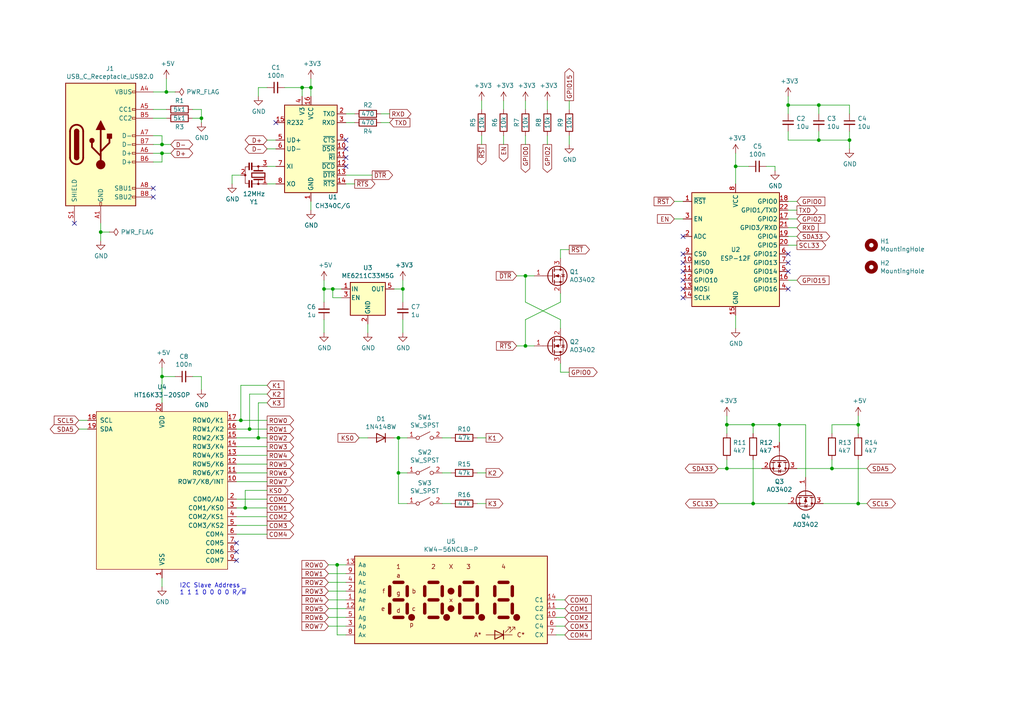
<source format=kicad_sch>
(kicad_sch (version 20211123) (generator eeschema)
  (paper "A4")
  (lib_symbols
    (symbol "Connector:USB_C_Receptacle_USB2.0" (pin_names (offset 1.016))
      (property "Reference" "J" (at -10.16 19.05 0))
      (property "Value" "USB_C_Receptacle_USB2.0" (at 19.05 19.05 0))
      (symbol "USB_C_Receptacle_USB2.0_1_1"
        (pin passive line (at 0 -22.86 90) (length 5.08) (name "GND") (number "A1"))
        (pin passive line (at 0 -22.86 90) (length 5.08) hide (name "GND") (number "A12"))
        (pin passive line (at 15.24 15.24 180) (length 5.08) (name "VBUS") (number "A4"))
        (pin bidirectional line (at 15.24 10.16 180) (length 5.08) (name "CC1") (number "A5"))
        (pin bidirectional line (at 15.24 -2.54 180) (length 5.08) (name "D+") (number "A6"))
        (pin bidirectional line (at 15.24 2.54 180) (length 5.08) (name "D-") (number "A7"))
        (pin bidirectional line (at 15.24 -12.7 180) (length 5.08) (name "SBU1") (number "A8"))
        (pin passive line (at 15.24 15.24 180) (length 5.08) hide (name "VBUS") (number "A9"))
        (pin passive line (at 0 -22.86 90) (length 5.08) hide (name "GND") (number "B1"))
        (pin passive line (at 0 -22.86 90) (length 5.08) hide (name "GND") (number "B12"))
        (pin passive line (at 15.24 15.24 180) (length 5.08) hide (name "VBUS") (number "B4"))
        (pin bidirectional line (at 15.24 7.62 180) (length 5.08) (name "CC2") (number "B5"))
        (pin bidirectional line (at 15.24 -5.08 180) (length 5.08) (name "D+") (number "B6"))
        (pin bidirectional line (at 15.24 0 180) (length 5.08) (name "D-") (number "B7"))
        (pin bidirectional line (at 15.24 -15.24 180) (length 5.08) (name "SBU2") (number "B8"))
        (pin passive line (at 15.24 15.24 180) (length 5.08) hide (name "VBUS") (number "B9"))
        (pin passive line (at -7.62 -22.86 90) (length 5.08) (name "SHIELD") (number "S1"))
      )
    )
    (symbol "Device:C_Small" (pin_numbers hide) (pin_names (offset 0.254) hide)
      (property "Reference" "C" (at 0.254 1.778 0))
      (property "Value" "C_Small" (at 0.254 -2.032 0))
      (symbol "C_Small_1_1"
        (pin passive line (at 0 2.54 270) (length 2.032) (name "~") (number "1"))
        (pin passive line (at 0 -2.54 90) (length 2.032) (name "~") (number "2"))
      )
    )
    (symbol "Device:Q_NMOS_GSD" (pin_names (offset 0) hide)
      (property "Reference" "Q" (at 5.08 1.27 0))
      (property "Value" "Q_NMOS_GSD" (at 5.08 -1.27 0))
      (symbol "Q_NMOS_GSD_1_1"
        (pin input line (at -5.08 0 0) (length 2.54) (name "G") (number "1"))
        (pin passive line (at 2.54 -5.08 90) (length 2.54) (name "S") (number "2"))
        (pin passive line (at 2.54 5.08 270) (length 2.54) (name "D") (number "3"))
      )
    )
    (symbol "Device:R" (pin_numbers hide) (pin_names (offset 0))
      (property "Reference" "R" (at 2.032 0 90))
      (property "Value" "R" (at 0 0 90))
      (symbol "R_1_1"
        (pin passive line (at 0 3.81 270) (length 1.27) (name "~") (number "1"))
        (pin passive line (at 0 -3.81 90) (length 1.27) (name "~") (number "2"))
      )
    )
    (symbol "Device:Resonator_Small" (pin_names (offset 1.016) hide)
      (property "Reference" "Y" (at 3.175 1.905 0))
      (property "Value" "Resonator_Small" (at 3.175 0 0))
      (symbol "Resonator_Small_1_1"
        (pin passive line (at -2.54 2.54 270) (length 1.27) (name "1") (number "1"))
        (pin passive line (at 0 -5.08 90) (length 1.27) (name "2") (number "2"))
        (pin passive line (at 2.54 2.54 270) (length 1.27) (name "3") (number "3"))
      )
    )
    (symbol "Diode:1N4148W" (pin_numbers hide) (pin_names (offset 1.016) hide)
      (property "Reference" "D" (at 0 2.54 0))
      (property "Value" "1N4148W" (at 0 -2.54 0))
      (symbol "1N4148W_1_1"
        (pin passive line (at -3.81 0 0) (length 2.54) (name "K") (number "1"))
        (pin passive line (at 3.81 0 180) (length 2.54) (name "A") (number "2"))
      )
    )
    (symbol "Interface_USB:CH340G"
      (property "Reference" "U" (at -5.08 13.97 0))
      (property "Value" "CH340G" (at 1.27 13.97 0))
      (symbol "CH340G_1_1"
        (pin power_in line (at 0 -15.24 90) (length 2.54) (name "GND") (number "1"))
        (pin input line (at 10.16 0 180) (length 2.54) (name "~{DSR}") (number "10"))
        (pin input line (at 10.16 -2.54 180) (length 2.54) (name "~{RI}") (number "11"))
        (pin input line (at 10.16 -5.08 180) (length 2.54) (name "~{DCD}") (number "12"))
        (pin output line (at 10.16 -7.62 180) (length 2.54) (name "~{DTR}") (number "13"))
        (pin output line (at 10.16 -10.16 180) (length 2.54) (name "~{RTS}") (number "14"))
        (pin input line (at -10.16 7.62 0) (length 2.54) (name "R232") (number "15"))
        (pin power_in line (at 0 15.24 270) (length 2.54) (name "VCC") (number "16"))
        (pin output line (at 10.16 10.16 180) (length 2.54) (name "TXD") (number "2"))
        (pin input line (at 10.16 7.62 180) (length 2.54) (name "RXD") (number "3"))
        (pin passive line (at -2.54 15.24 270) (length 2.54) (name "V3") (number "4"))
        (pin bidirectional line (at -10.16 2.54 0) (length 2.54) (name "UD+") (number "5"))
        (pin bidirectional line (at -10.16 0 0) (length 2.54) (name "UD-") (number "6"))
        (pin input line (at -10.16 -5.08 0) (length 2.54) (name "XI") (number "7"))
        (pin output line (at -10.16 -10.16 0) (length 2.54) (name "XO") (number "8"))
        (pin input line (at 10.16 2.54 180) (length 2.54) (name "~{CTS}") (number "9"))
      )
    )
    (symbol "Mechanical:MountingHole" (pin_names (offset 1.016))
      (property "Reference" "H" (at 0 5.08 0))
      (property "Value" "MountingHole" (at 0 3.175 0))
    )
    (symbol "RF_Module:ESP-12F"
      (property "Reference" "U" (at -12.7 19.05 0))
      (property "Value" "ESP-12F" (at 12.7 19.05 0))
      (symbol "ESP-12F_1_1"
        (pin input line (at -15.24 15.24 0) (length 2.54) (name "~{RST}") (number "1"))
        (pin bidirectional line (at -15.24 -2.54 0) (length 2.54) (name "MISO") (number "10"))
        (pin bidirectional line (at -15.24 -5.08 0) (length 2.54) (name "GPIO9") (number "11"))
        (pin bidirectional line (at -15.24 -7.62 0) (length 2.54) (name "GPIO10") (number "12"))
        (pin bidirectional line (at -15.24 -10.16 0) (length 2.54) (name "MOSI") (number "13"))
        (pin bidirectional line (at -15.24 -12.7 0) (length 2.54) (name "SCLK") (number "14"))
        (pin power_in line (at 0 -17.78 90) (length 2.54) (name "GND") (number "15"))
        (pin bidirectional line (at 15.24 -7.62 180) (length 2.54) (name "GPIO15") (number "16"))
        (pin bidirectional line (at 15.24 10.16 180) (length 2.54) (name "GPIO2") (number "17"))
        (pin bidirectional line (at 15.24 15.24 180) (length 2.54) (name "GPIO0") (number "18"))
        (pin bidirectional line (at 15.24 5.08 180) (length 2.54) (name "GPIO4") (number "19"))
        (pin input line (at -15.24 5.08 0) (length 2.54) (name "ADC") (number "2"))
        (pin bidirectional line (at 15.24 2.54 180) (length 2.54) (name "GPIO5") (number "20"))
        (pin bidirectional line (at 15.24 7.62 180) (length 2.54) (name "GPIO3/RXD") (number "21"))
        (pin bidirectional line (at 15.24 12.7 180) (length 2.54) (name "GPIO1/TXD") (number "22"))
        (pin input line (at -15.24 10.16 0) (length 2.54) (name "EN") (number "3"))
        (pin bidirectional line (at 15.24 -10.16 180) (length 2.54) (name "GPIO16") (number "4"))
        (pin bidirectional line (at 15.24 -5.08 180) (length 2.54) (name "GPIO14") (number "5"))
        (pin bidirectional line (at 15.24 0 180) (length 2.54) (name "GPIO12") (number "6"))
        (pin bidirectional line (at 15.24 -2.54 180) (length 2.54) (name "GPIO13") (number "7"))
        (pin power_in line (at 0 20.32 270) (length 2.54) (name "VCC") (number "8"))
        (pin input line (at -15.24 0 0) (length 2.54) (name "CS0") (number "9"))
      )
    )
    (symbol "Regulator_Linear:TLV75533PDBV" (pin_names (offset 0.254))
      (property "Reference" "U" (at -3.81 5.715 0))
      (property "Value" "TLV75533PDBV" (at 0 5.715 0))
      (symbol "TLV75533PDBV_1_1"
        (pin power_in line (at -7.62 2.54 0) (length 2.54) (name "IN") (number "1"))
        (pin power_in line (at 0 -7.62 90) (length 2.54) (name "GND") (number "2"))
        (pin input line (at -7.62 0 0) (length 2.54) (name "EN") (number "3"))
        (pin no_connect line (at 5.08 0 180) (length 2.54) hide (name "NC") (number "4"))
        (pin power_out line (at 7.62 2.54 180) (length 2.54) (name "OUT") (number "5"))
      )
    )
    (symbol "Switch:SW_SPST" (pin_names (offset 0) hide)
      (property "Reference" "SW" (at 0 3.175 0))
      (property "Value" "SW_SPST" (at 0 -2.54 0))
      (symbol "SW_SPST_1_1"
        (pin passive line (at -5.08 0 0) (length 2.54) (name "A") (number "1"))
        (pin passive line (at 5.08 0 180) (length 2.54) (name "B") (number "2"))
      )
    )
    (symbol "power:+3V3" (power) (pin_names (offset 0))
      (property "Value" "+3V3" (at 0 3.556 0))
      (symbol "+3V3_1_1"
        (pin power_in line (at 0 0 90) (length 0) hide (name "+3V3") (number "1"))
      )
    )
    (symbol "power:+5V" (power) (pin_names (offset 0))
      (property "Value" "+5V" (at 0 3.556 0))
      (symbol "+5V_1_1"
        (pin power_in line (at 0 0 90) (length 0) hide (name "+5V") (number "1"))
      )
    )
    (symbol "power:GND" (power) (pin_names (offset 0))
      (property "Value" "GND" (at 0 -3.81 0))
      (symbol "GND_1_1"
        (pin power_in line (at 0 0 270) (length 0) hide (name "GND") (number "1"))
      )
    )
    (symbol "power:PWR_FLAG" (power) (pin_numbers hide) (pin_names (offset 0) hide)
      (property "Value" "PWR_FLAG" (at 0 3.81 0))
      (symbol "PWR_FLAG_0_0"
        (pin power_out line (at 0 0 90) (length 0) (name "pwr") (number "1"))
      )
    )
    (symbol "wificlock:HT16K33-20SOP" (pin_names (offset 1.016))
      (property "Reference" "U" (at 3.81 -38.1 0))
      (property "Value" "HT16K33-20SOP" (at 3.81 -35.56 0))
      (symbol "HT16K33-20SOP_1_1"
        (pin power_in line (at 0 -25.4 90) (length 2.54) (name "VSS") (number "1"))
        (pin bidirectional line (at 21.59 2.54 180) (length 2.54) (name "ROW7/K8/INT") (number "10"))
        (pin bidirectional line (at 21.59 5.08 180) (length 2.54) (name "ROW6/K7") (number "11"))
        (pin bidirectional line (at 21.59 7.62 180) (length 2.54) (name "ROW5/K6") (number "12"))
        (pin bidirectional line (at 21.59 10.16 180) (length 2.54) (name "ROW4/K5") (number "13"))
        (pin bidirectional line (at 21.59 12.7 180) (length 2.54) (name "ROW3/K4") (number "14"))
        (pin bidirectional line (at 21.59 15.24 180) (length 2.54) (name "ROW2/K3") (number "15"))
        (pin bidirectional line (at 21.59 17.78 180) (length 2.54) (name "ROW1/K2") (number "16"))
        (pin bidirectional line (at 21.59 20.32 180) (length 2.54) (name "ROW0/K1") (number "17"))
        (pin input line (at -21.59 20.32 0) (length 2.54) (name "SCL") (number "18"))
        (pin bidirectional line (at -21.59 17.78 0) (length 2.54) (name "SDA") (number "19"))
        (pin output line (at 21.59 -2.54 180) (length 2.54) (name "COM0/AD") (number "2"))
        (pin power_in line (at 0 25.4 270) (length 2.54) (name "VDD") (number "20"))
        (pin output line (at 21.59 -5.08 180) (length 2.54) (name "COM1/KS0") (number "3"))
        (pin output line (at 21.59 -7.62 180) (length 2.54) (name "COM2/KS1") (number "4"))
        (pin output line (at 21.59 -10.16 180) (length 2.54) (name "COM3/KS2") (number "5"))
        (pin output line (at 21.59 -12.7 180) (length 2.54) (name "COM4") (number "6"))
        (pin output line (at 21.59 -15.24 180) (length 2.54) (name "COM5") (number "7"))
        (pin output line (at 21.59 -17.78 180) (length 2.54) (name "COM6") (number "8"))
        (pin output line (at 21.59 -20.32 180) (length 2.54) (name "COM7") (number "9"))
      )
    )
    (symbol "wificlock:KW4-56NCLB-P" (pin_names (offset 1.016))
      (property "Reference" "U" (at -1.27 -11.43 0))
      (property "Value" "KW4-56NCLB-P" (at -1.27 -7.62 0))
      (symbol "KW4-56NCLB-P_0_0"
        (text "1" (at -15.24 8.89 0) (effects (font (size 1.27 1.27)) (justify bottom)))
        (text "a" (at -15.24 6.35 0) (effects (font (size 1.27 1.27)) (justify bottom)))
        (text "A*" (at 8.89 -10.16 0) (effects (font (size 1.27 1.27)) (justify right)))
        (text "b" (at -11.43 2.54 0) (effects (font (size 1.27 1.27)) (justify left)))
        (text "C*" (at 19.05 -10.16 0) (effects (font (size 1.27 1.27)) (justify left)))
        (text "p" (at -11.43 -6.35 0) (effects (font (size 1.27 1.27)) (justify top)))
      )
      (symbol "KW4-56NCLB-P_1_1"
        (text "2" (at -5.08 8.89 0) (effects (font (size 1.27 1.27)) (justify bottom)))
        (text "3" (at 5.08 8.89 0) (effects (font (size 1.27 1.27)) (justify bottom)))
        (text "4" (at 15.24 8.89 0) (effects (font (size 1.27 1.27)) (justify bottom)))
        (text "c" (at -11.43 -2.54 0) (effects (font (size 1.27 1.27)) (justify left)))
        (text "d" (at -15.24 -3.81 0) (effects (font (size 1.27 1.27)) (justify bottom)))
        (text "e" (at -19.05 -2.54 0) (effects (font (size 1.27 1.27)) (justify right)))
        (text "f" (at -19.05 2.54 0) (effects (font (size 1.27 1.27)) (justify right)))
        (text "g" (at -15.24 1.27 0) (effects (font (size 1.27 1.27)) (justify bottom)))
        (text "x" (at 0 0 0) (effects (font (size 1.27 1.27))))
        (text "X" (at 0 8.89 0) (effects (font (size 1.27 1.27)) (justify bottom)))
        (pin input line (at -30.48 0 0) (length 2.54) (name "Ae") (number "1"))
        (pin input line (at 30.48 -5.08 180) (length 2.54) (name "C3") (number "10"))
        (pin input line (at 30.48 -2.54 180) (length 2.54) (name "C2") (number "11"))
        (pin input line (at -30.48 -2.54 0) (length 2.54) (name "Af") (number "12"))
        (pin input line (at -30.48 10.16 0) (length 2.54) (name "Aa") (number "13"))
        (pin input line (at 30.48 0 180) (length 2.54) (name "C1") (number "14"))
        (pin input line (at -30.48 2.54 0) (length 2.54) (name "Ad") (number "2"))
        (pin input line (at -30.48 -7.62 0) (length 2.54) (name "Ap") (number "3"))
        (pin input line (at -30.48 5.08 0) (length 2.54) (name "Ac") (number "4"))
        (pin input line (at -30.48 -5.08 0) (length 2.54) (name "Ag") (number "5"))
        (pin input line (at 30.48 -7.62 180) (length 2.54) (name "C4") (number "6"))
        (pin input line (at 30.48 -10.16 180) (length 2.54) (name "CX") (number "7"))
        (pin input line (at -30.48 -10.16 0) (length 2.54) (name "Ax") (number "8"))
        (pin input line (at -30.48 7.62 0) (length 2.54) (name "Ab") (number "9"))
      )
    )
  )
  (junction (at 72.39 124.46))
  (junction (at 152.4 100.33))
  (junction (at 248.92 146.05))
  (junction (at 69.85 121.92))
  (junction (at 71.12 147.32))
  (junction (at 226.06 123.19))
  (junction (at 115.57 137.16))
  (junction (at 213.36 48.26))
  (junction (at 29.21 67.31))
  (junction (at 237.49 30.48))
  (junction (at 97.79 163.83))
  (junction (at 74.93 127))
  (junction (at 46.99 44.45))
  (junction (at 228.6 30.48))
  (junction (at 152.4 80.01))
  (junction (at 96.52 83.82))
  (junction (at 46.99 109.22))
  (junction (at 46.99 41.91))
  (junction (at 116.84 83.82))
  (junction (at 87.63 25.4))
  (junction (at 90.17 25.4))
  (junction (at 58.42 34.29))
  (junction (at 241.3 135.89))
  (junction (at 210.82 135.89))
  (junction (at 246.38 40.64))
  (junction (at 210.82 123.19))
  (junction (at 218.44 146.05))
  (junction (at 48.26 26.67))
  (junction (at 115.57 127))
  (junction (at 237.49 40.64))
  (junction (at 248.92 123.19))
  (junction (at 93.98 83.82))
  (junction (at 218.44 123.19))
  (no_connect (at 100.33 45.72))
  (no_connect (at 198.12 73.66))
  (no_connect (at 68.58 160.02))
  (no_connect (at 228.6 78.74))
  (no_connect (at 44.45 54.61))
  (no_connect (at 198.12 76.2))
  (no_connect (at 100.33 40.64))
  (no_connect (at 198.12 81.28))
  (no_connect (at 80.01 35.56))
  (no_connect (at 44.45 57.15))
  (no_connect (at 198.12 68.58))
  (no_connect (at 21.59 64.77))
  (no_connect (at 198.12 86.36))
  (no_connect (at 68.58 157.48))
  (no_connect (at 100.33 48.26))
  (no_connect (at 68.58 162.56))
  (no_connect (at 228.6 76.2))
  (no_connect (at 228.6 83.82))
  (no_connect (at 100.33 43.18))
  (no_connect (at 198.12 83.82))
  (no_connect (at 228.6 73.66))
  (no_connect (at 198.12 78.74))
  (wire (pts (xy 100.33 53.34) (xy 102.87 53.34)))
  (wire (pts (xy 231.14 66.04) (xy 228.6 66.04)))
  (wire (pts (xy 139.7 39.37) (xy 139.7 41.91)))
  (wire (pts (xy 248.92 123.19) (xy 248.92 125.73)))
  (wire (pts (xy 162.56 72.39) (xy 162.56 74.93)))
  (wire (pts (xy 55.88 31.75) (xy 58.42 31.75)))
  (wire (pts (xy 99.06 86.36) (xy 96.52 86.36)))
  (wire (pts (xy 237.49 33.02) (xy 237.49 30.48)))
  (wire (pts (xy 228.6 33.02) (xy 228.6 30.48)))
  (wire (pts (xy 162.56 87.63) (xy 152.4 92.71)))
  (wire (pts (xy 224.79 48.26) (xy 224.79 49.53)))
  (wire (pts (xy 97.79 163.83) (xy 100.33 163.83)))
  (wire (pts (xy 106.68 93.98) (xy 106.68 96.52)))
  (wire (pts (xy 31.75 67.31) (xy 29.21 67.31)))
  (wire (pts (xy 87.63 25.4) (xy 90.17 25.4)))
  (wire (pts (xy 246.38 43.18) (xy 246.38 40.64)))
  (wire (pts (xy 154.94 80.01) (xy 152.4 80.01)))
  (wire (pts (xy 68.58 124.46) (xy 72.39 124.46)))
  (wire (pts (xy 68.58 132.08) (xy 77.47 132.08)))
  (wire (pts (xy 74.93 127) (xy 77.47 127)))
  (wire (pts (xy 241.3 123.19) (xy 248.92 123.19)))
  (wire (pts (xy 161.29 173.99) (xy 163.83 173.99)))
  (wire (pts (xy 226.06 123.19) (xy 233.68 123.19)))
  (wire (pts (xy 77.47 114.3) (xy 72.39 114.3)))
  (wire (pts (xy 165.1 72.39) (xy 162.56 72.39)))
  (wire (pts (xy 93.98 96.52) (xy 93.98 92.71)))
  (wire (pts (xy 140.97 137.16) (xy 138.43 137.16)))
  (wire (pts (xy 58.42 34.29) (xy 58.42 35.56)))
  (wire (pts (xy 95.25 173.99) (xy 100.33 173.99)))
  (wire (pts (xy 237.49 38.1) (xy 237.49 40.64)))
  (wire (pts (xy 115.57 137.16) (xy 118.11 137.16)))
  (wire (pts (xy 241.3 125.73) (xy 241.3 123.19)))
  (wire (pts (xy 72.39 114.3) (xy 72.39 124.46)))
  (wire (pts (xy 22.86 121.92) (xy 25.4 121.92)))
  (wire (pts (xy 248.92 120.65) (xy 248.92 123.19)))
  (wire (pts (xy 90.17 25.4) (xy 90.17 27.94)))
  (wire (pts (xy 152.4 41.91) (xy 152.4 39.37)))
  (wire (pts (xy 152.4 92.71) (xy 152.4 100.33)))
  (wire (pts (xy 90.17 60.96) (xy 90.17 58.42)))
  (wire (pts (xy 72.39 124.46) (xy 77.47 124.46)))
  (wire (pts (xy 140.97 127) (xy 138.43 127)))
  (wire (pts (xy 68.58 129.54) (xy 77.47 129.54)))
  (wire (pts (xy 139.7 29.21) (xy 139.7 31.75)))
  (wire (pts (xy 146.05 29.21) (xy 146.05 31.75)))
  (wire (pts (xy 68.58 147.32) (xy 71.12 147.32)))
  (wire (pts (xy 44.45 26.67) (xy 48.26 26.67)))
  (wire (pts (xy 210.82 125.73) (xy 210.82 123.19)))
  (wire (pts (xy 46.99 46.99) (xy 46.99 44.45)))
  (wire (pts (xy 162.56 92.71) (xy 162.56 95.25)))
  (wire (pts (xy 228.6 30.48) (xy 237.49 30.48)))
  (wire (pts (xy 163.83 179.07) (xy 161.29 179.07)))
  (wire (pts (xy 48.26 26.67) (xy 48.26 22.86)))
  (wire (pts (xy 130.81 127) (xy 128.27 127)))
  (wire (pts (xy 152.4 29.21) (xy 152.4 31.75)))
  (wire (pts (xy 100.33 33.02) (xy 102.87 33.02)))
  (wire (pts (xy 46.99 41.91) (xy 46.99 39.37)))
  (wire (pts (xy 226.06 123.19) (xy 226.06 128.27)))
  (wire (pts (xy 110.49 33.02) (xy 113.03 33.02)))
  (wire (pts (xy 68.58 152.4) (xy 77.47 152.4)))
  (wire (pts (xy 241.3 135.89) (xy 251.46 135.89)))
  (wire (pts (xy 44.45 46.99) (xy 46.99 46.99)))
  (wire (pts (xy 208.28 135.89) (xy 210.82 135.89)))
  (wire (pts (xy 248.92 146.05) (xy 251.46 146.05)))
  (wire (pts (xy 48.26 26.67) (xy 50.8 26.67)))
  (wire (pts (xy 115.57 146.05) (xy 118.11 146.05)))
  (wire (pts (xy 110.49 35.56) (xy 113.03 35.56)))
  (wire (pts (xy 77.47 53.34) (xy 80.01 53.34)))
  (wire (pts (xy 82.55 25.4) (xy 87.63 25.4)))
  (wire (pts (xy 71.12 142.24) (xy 71.12 147.32)))
  (wire (pts (xy 152.4 87.63) (xy 162.56 92.71)))
  (wire (pts (xy 44.45 31.75) (xy 48.26 31.75)))
  (wire (pts (xy 115.57 137.16) (xy 115.57 146.05)))
  (wire (pts (xy 77.47 116.84) (xy 74.93 116.84)))
  (wire (pts (xy 158.75 41.91) (xy 158.75 39.37)))
  (wire (pts (xy 195.58 58.42) (xy 198.12 58.42)))
  (wire (pts (xy 213.36 95.25) (xy 213.36 91.44)))
  (wire (pts (xy 228.6 146.05) (xy 218.44 146.05)))
  (wire (pts (xy 55.88 109.22) (xy 58.42 109.22)))
  (wire (pts (xy 102.87 35.56) (xy 100.33 35.56)))
  (wire (pts (xy 97.79 184.15) (xy 100.33 184.15)))
  (wire (pts (xy 68.58 154.94) (xy 77.47 154.94)))
  (wire (pts (xy 140.97 146.05) (xy 138.43 146.05)))
  (wire (pts (xy 233.68 123.19) (xy 233.68 138.43)))
  (wire (pts (xy 222.25 48.26) (xy 224.79 48.26)))
  (wire (pts (xy 100.33 50.8) (xy 107.95 50.8)))
  (wire (pts (xy 246.38 30.48) (xy 246.38 33.02)))
  (wire (pts (xy 237.49 30.48) (xy 246.38 30.48)))
  (wire (pts (xy 44.45 41.91) (xy 46.99 41.91)))
  (wire (pts (xy 228.6 27.94) (xy 228.6 30.48)))
  (wire (pts (xy 93.98 81.28) (xy 93.98 83.82)))
  (wire (pts (xy 46.99 106.68) (xy 46.99 109.22)))
  (wire (pts (xy 213.36 48.26) (xy 217.17 48.26)))
  (wire (pts (xy 162.56 85.09) (xy 162.56 87.63)))
  (wire (pts (xy 213.36 44.45) (xy 213.36 48.26)))
  (wire (pts (xy 77.47 48.26) (xy 80.01 48.26)))
  (wire (pts (xy 162.56 105.41) (xy 162.56 107.95)))
  (wire (pts (xy 46.99 109.22) (xy 46.99 116.84)))
  (wire (pts (xy 77.47 111.76) (xy 69.85 111.76)))
  (wire (pts (xy 241.3 133.35) (xy 241.3 135.89)))
  (wire (pts (xy 96.52 83.82) (xy 93.98 83.82)))
  (wire (pts (xy 162.56 107.95) (xy 165.1 107.95)))
  (wire (pts (xy 228.6 60.96) (xy 231.14 60.96)))
  (wire (pts (xy 44.45 44.45) (xy 46.99 44.45)))
  (wire (pts (xy 195.58 63.5) (xy 198.12 63.5)))
  (wire (pts (xy 44.45 39.37) (xy 46.99 39.37)))
  (wire (pts (xy 97.79 163.83) (xy 97.79 184.15)))
  (wire (pts (xy 158.75 29.21) (xy 158.75 31.75)))
  (wire (pts (xy 77.47 40.64) (xy 80.01 40.64)))
  (wire (pts (xy 237.49 40.64) (xy 228.6 40.64)))
  (wire (pts (xy 228.6 38.1) (xy 228.6 40.64)))
  (wire (pts (xy 95.25 163.83) (xy 97.79 163.83)))
  (wire (pts (xy 218.44 123.19) (xy 226.06 123.19)))
  (wire (pts (xy 149.86 80.01) (xy 152.4 80.01)))
  (wire (pts (xy 29.21 67.31) (xy 29.21 69.85)))
  (wire (pts (xy 68.58 144.78) (xy 77.47 144.78)))
  (wire (pts (xy 95.25 166.37) (xy 100.33 166.37)))
  (wire (pts (xy 55.88 34.29) (xy 58.42 34.29)))
  (wire (pts (xy 213.36 48.26) (xy 213.36 53.34)))
  (wire (pts (xy 246.38 40.64) (xy 246.38 38.1)))
  (wire (pts (xy 165.1 39.37) (xy 165.1 41.91)))
  (wire (pts (xy 68.58 139.7) (xy 77.47 139.7)))
  (wire (pts (xy 58.42 31.75) (xy 58.42 34.29)))
  (wire (pts (xy 161.29 184.15) (xy 163.83 184.15)))
  (wire (pts (xy 116.84 81.28) (xy 116.84 83.82)))
  (wire (pts (xy 95.25 176.53) (xy 100.33 176.53)))
  (wire (pts (xy 165.1 31.75) (xy 165.1 29.21)))
  (wire (pts (xy 210.82 133.35) (xy 210.82 135.89)))
  (wire (pts (xy 71.12 147.32) (xy 77.47 147.32)))
  (wire (pts (xy 74.93 116.84) (xy 74.93 127)))
  (wire (pts (xy 149.86 100.33) (xy 152.4 100.33)))
  (wire (pts (xy 68.58 137.16) (xy 77.47 137.16)))
  (wire (pts (xy 87.63 27.94) (xy 87.63 25.4)))
  (wire (pts (xy 69.85 111.76) (xy 69.85 121.92)))
  (wire (pts (xy 69.85 50.8) (xy 67.31 50.8)))
  (wire (pts (xy 104.14 127) (xy 106.68 127)))
  (wire (pts (xy 46.99 44.45) (xy 49.53 44.45)))
  (wire (pts (xy 152.4 80.01) (xy 152.4 87.63)))
  (wire (pts (xy 115.57 127) (xy 114.3 127)))
  (wire (pts (xy 210.82 135.89) (xy 220.98 135.89)))
  (wire (pts (xy 218.44 146.05) (xy 218.44 133.35)))
  (wire (pts (xy 29.21 64.77) (xy 29.21 67.31)))
  (wire (pts (xy 77.47 43.18) (xy 80.01 43.18)))
  (wire (pts (xy 228.6 81.28) (xy 231.14 81.28)))
  (wire (pts (xy 208.28 146.05) (xy 218.44 146.05)))
  (wire (pts (xy 95.25 168.91) (xy 100.33 168.91)))
  (wire (pts (xy 146.05 39.37) (xy 146.05 41.91)))
  (wire (pts (xy 90.17 22.86) (xy 90.17 25.4)))
  (wire (pts (xy 99.06 83.82) (xy 96.52 83.82)))
  (wire (pts (xy 163.83 181.61) (xy 161.29 181.61)))
  (wire (pts (xy 231.14 63.5) (xy 228.6 63.5)))
  (wire (pts (xy 69.85 121.92) (xy 77.47 121.92)))
  (wire (pts (xy 93.98 83.82) (xy 93.98 87.63)))
  (wire (pts (xy 130.81 137.16) (xy 128.27 137.16)))
  (wire (pts (xy 231.14 135.89) (xy 241.3 135.89)))
  (wire (pts (xy 218.44 123.19) (xy 218.44 125.73)))
  (wire (pts (xy 210.82 123.19) (xy 210.82 120.65)))
  (wire (pts (xy 68.58 121.92) (xy 69.85 121.92)))
  (wire (pts (xy 68.58 134.62) (xy 77.47 134.62)))
  (wire (pts (xy 95.25 179.07) (xy 100.33 179.07)))
  (wire (pts (xy 77.47 142.24) (xy 71.12 142.24)))
  (wire (pts (xy 130.81 146.05) (xy 128.27 146.05)))
  (wire (pts (xy 163.83 176.53) (xy 161.29 176.53)))
  (wire (pts (xy 116.84 96.52) (xy 116.84 92.71)))
  (wire (pts (xy 231.14 58.42) (xy 228.6 58.42)))
  (wire (pts (xy 228.6 71.12) (xy 231.14 71.12)))
  (wire (pts (xy 96.52 86.36) (xy 96.52 83.82)))
  (wire (pts (xy 46.99 109.22) (xy 50.8 109.22)))
  (wire (pts (xy 115.57 127) (xy 115.57 137.16)))
  (wire (pts (xy 228.6 68.58) (xy 231.14 68.58)))
  (wire (pts (xy 116.84 83.82) (xy 116.84 87.63)))
  (wire (pts (xy 95.25 181.61) (xy 100.33 181.61)))
  (wire (pts (xy 95.25 171.45) (xy 100.33 171.45)))
  (wire (pts (xy 152.4 100.33) (xy 154.94 100.33)))
  (wire (pts (xy 58.42 109.22) (xy 58.42 113.03)))
  (wire (pts (xy 114.3 83.82) (xy 116.84 83.82)))
  (wire (pts (xy 74.93 25.4) (xy 77.47 25.4)))
  (wire (pts (xy 22.86 124.46) (xy 25.4 124.46)))
  (wire (pts (xy 238.76 146.05) (xy 248.92 146.05)))
  (wire (pts (xy 46.99 170.18) (xy 46.99 167.64)))
  (wire (pts (xy 44.45 34.29) (xy 48.26 34.29)))
  (wire (pts (xy 46.99 41.91) (xy 49.53 41.91)))
  (wire (pts (xy 246.38 40.64) (xy 237.49 40.64)))
  (wire (pts (xy 68.58 149.86) (xy 77.47 149.86)))
  (wire (pts (xy 68.58 127) (xy 74.93 127)))
  (wire (pts (xy 248.92 133.35) (xy 248.92 146.05)))
  (wire (pts (xy 67.31 50.8) (xy 67.31 53.34)))
  (wire (pts (xy 210.82 123.19) (xy 218.44 123.19)))
  (wire (pts (xy 115.57 127) (xy 118.11 127)))
  (wire (pts (xy 74.93 27.94) (xy 74.93 25.4)))
  (text "I2C Slave Address\n1 1 1 0 0 0 0 R/~{W}" (at 52.07 172.72 0) (effects (font (size 1.27 1.27)) (justify left bottom)))
  (global_label "COM2" (shape input) (at 163.83 179.07 0) (property "Intersheet References" "${INTERSHEET_REFS}" (effects hide)))
  (global_label "ROW7" (shape output) (at 77.47 139.7 0) (property "Intersheet References" "${INTERSHEET_REFS}" (effects hide)))
  (global_label "~{RST}" (shape output) (at 165.1 72.39 0) (property "Intersheet References" "${INTERSHEET_REFS}" (effects hide)))
  (global_label "K2" (shape input) (at 77.47 114.3 0) (property "Intersheet References" "${INTERSHEET_REFS}" (effects hide)))
  (global_label "ROW3" (shape input) (at 95.25 171.45 180) (property "Intersheet References" "${INTERSHEET_REFS}" (effects hide)))
  (global_label "GPIO2" (shape input) (at 231.14 63.5 0) (property "Intersheet References" "${INTERSHEET_REFS}" (effects hide)))
  (global_label "SCL33" (shape bidirectional) (at 208.28 146.05 180) (property "Intersheet References" "${INTERSHEET_REFS}" (effects hide)))
  (global_label "ROW1" (shape input) (at 95.25 166.37 180) (property "Intersheet References" "${INTERSHEET_REFS}" (effects hide)))
  (global_label "EN" (shape output) (at 146.05 41.91 270) (property "Intersheet References" "${INTERSHEET_REFS}" (effects hide)))
  (global_label "COM4" (shape input) (at 163.83 184.15 0) (property "Intersheet References" "${INTERSHEET_REFS}" (effects hide)))
  (global_label "ROW0" (shape output) (at 77.47 121.92 0) (property "Intersheet References" "${INTERSHEET_REFS}" (effects hide)))
  (global_label "ROW5" (shape input) (at 95.25 176.53 180) (property "Intersheet References" "${INTERSHEET_REFS}" (effects hide)))
  (global_label "SCL5" (shape input) (at 22.86 121.92 180) (property "Intersheet References" "${INTERSHEET_REFS}" (effects hide)))
  (global_label "ROW1" (shape output) (at 77.47 124.46 0) (property "Intersheet References" "${INTERSHEET_REFS}" (effects hide)))
  (global_label "SCL33" (shape output) (at 231.14 71.12 0) (property "Intersheet References" "${INTERSHEET_REFS}" (effects hide)))
  (global_label "COM0" (shape input) (at 163.83 173.99 0) (property "Intersheet References" "${INTERSHEET_REFS}" (effects hide)))
  (global_label "ROW2" (shape input) (at 95.25 168.91 180) (property "Intersheet References" "${INTERSHEET_REFS}" (effects hide)))
  (global_label "~{DTR}" (shape output) (at 107.95 50.8 0) (property "Intersheet References" "${INTERSHEET_REFS}" (effects hide)))
  (global_label "COM1" (shape input) (at 163.83 176.53 0) (property "Intersheet References" "${INTERSHEET_REFS}" (effects hide)))
  (global_label "KS0" (shape output) (at 77.47 142.24 0) (property "Intersheet References" "${INTERSHEET_REFS}" (effects hide)))
  (global_label "~{RTS}" (shape output) (at 102.87 53.34 0) (property "Intersheet References" "${INTERSHEET_REFS}" (effects hide)))
  (global_label "ROW5" (shape output) (at 77.47 134.62 0) (property "Intersheet References" "${INTERSHEET_REFS}" (effects hide)))
  (global_label "SDA33" (shape bidirectional) (at 208.28 135.89 180) (property "Intersheet References" "${INTERSHEET_REFS}" (effects hide)))
  (global_label "~{RST}" (shape input) (at 195.58 58.42 180) (property "Intersheet References" "${INTERSHEET_REFS}" (effects hide)))
  (global_label "~{DTR}" (shape input) (at 149.86 80.01 180) (property "Intersheet References" "${INTERSHEET_REFS}" (effects hide)))
  (global_label "~{RST}" (shape output) (at 139.7 41.91 270) (property "Intersheet References" "${INTERSHEET_REFS}" (effects hide)))
  (global_label "K2" (shape output) (at 140.97 137.16 0) (property "Intersheet References" "${INTERSHEET_REFS}" (effects hide)))
  (global_label "ROW4" (shape input) (at 95.25 173.99 180) (property "Intersheet References" "${INTERSHEET_REFS}" (effects hide)))
  (global_label "K3" (shape input) (at 77.47 116.84 0) (property "Intersheet References" "${INTERSHEET_REFS}" (effects hide)))
  (global_label "ROW0" (shape input) (at 95.25 163.83 180) (property "Intersheet References" "${INTERSHEET_REFS}" (effects hide)))
  (global_label "K1" (shape output) (at 140.97 127 0) (property "Intersheet References" "${INTERSHEET_REFS}" (effects hide)))
  (global_label "ROW3" (shape output) (at 77.47 129.54 0) (property "Intersheet References" "${INTERSHEET_REFS}" (effects hide)))
  (global_label "SDA5" (shape bidirectional) (at 22.86 124.46 180) (property "Intersheet References" "${INTERSHEET_REFS}" (effects hide)))
  (global_label "K3" (shape output) (at 140.97 146.05 0) (property "Intersheet References" "${INTERSHEET_REFS}" (effects hide)))
  (global_label "D-" (shape bidirectional) (at 77.47 43.18 180) (property "Intersheet References" "${INTERSHEET_REFS}" (effects hide)))
  (global_label "COM3" (shape output) (at 77.47 152.4 0) (property "Intersheet References" "${INTERSHEET_REFS}" (effects hide)))
  (global_label "GPIO15" (shape input) (at 231.14 81.28 0) (property "Intersheet References" "${INTERSHEET_REFS}" (effects hide)))
  (global_label "RXD" (shape input) (at 231.14 66.04 0) (property "Intersheet References" "${INTERSHEET_REFS}" (effects hide)))
  (global_label "SDA33" (shape bidirectional) (at 231.14 68.58 0) (property "Intersheet References" "${INTERSHEET_REFS}" (effects hide)))
  (global_label "TXD" (shape input) (at 113.03 35.56 0) (property "Intersheet References" "${INTERSHEET_REFS}" (effects hide)))
  (global_label "GPIO0" (shape output) (at 152.4 41.91 270) (property "Intersheet References" "${INTERSHEET_REFS}" (effects hide)))
  (global_label "SDA5" (shape bidirectional) (at 251.46 135.89 0) (property "Intersheet References" "${INTERSHEET_REFS}" (effects hide)))
  (global_label "ROW2" (shape output) (at 77.47 127 0) (property "Intersheet References" "${INTERSHEET_REFS}" (effects hide)))
  (global_label "K1" (shape input) (at 77.47 111.76 0) (property "Intersheet References" "${INTERSHEET_REFS}" (effects hide)))
  (global_label "EN" (shape input) (at 195.58 63.5 180) (property "Intersheet References" "${INTERSHEET_REFS}" (effects hide)))
  (global_label "ROW6" (shape input) (at 95.25 179.07 180) (property "Intersheet References" "${INTERSHEET_REFS}" (effects hide)))
  (global_label "ROW7" (shape input) (at 95.25 181.61 180) (property "Intersheet References" "${INTERSHEET_REFS}" (effects hide)))
  (global_label "D+" (shape bidirectional) (at 77.47 40.64 180) (property "Intersheet References" "${INTERSHEET_REFS}" (effects hide)))
  (global_label "ROW6" (shape output) (at 77.47 137.16 0) (property "Intersheet References" "${INTERSHEET_REFS}" (effects hide)))
  (global_label "COM4" (shape output) (at 77.47 154.94 0) (property "Intersheet References" "${INTERSHEET_REFS}" (effects hide)))
  (global_label "~{RTS}" (shape input) (at 149.86 100.33 180) (property "Intersheet References" "${INTERSHEET_REFS}" (effects hide)))
  (global_label "SCL5" (shape bidirectional) (at 251.46 146.05 0) (property "Intersheet References" "${INTERSHEET_REFS}" (effects hide)))
  (global_label "GPIO15" (shape output) (at 165.1 29.21 90) (property "Intersheet References" "${INTERSHEET_REFS}" (effects hide)))
  (global_label "KS0" (shape input) (at 104.14 127 180) (property "Intersheet References" "${INTERSHEET_REFS}" (effects hide)))
  (global_label "GPIO0" (shape input) (at 231.14 58.42 0) (property "Intersheet References" "${INTERSHEET_REFS}" (effects hide)))
  (global_label "D+" (shape bidirectional) (at 49.53 44.45 0) (property "Intersheet References" "${INTERSHEET_REFS}" (effects hide)))
  (global_label "COM0" (shape output) (at 77.47 144.78 0) (property "Intersheet References" "${INTERSHEET_REFS}" (effects hide)))
  (global_label "GPIO2" (shape output) (at 158.75 41.91 270) (property "Intersheet References" "${INTERSHEET_REFS}" (effects hide)))
  (global_label "GPIO0" (shape output) (at 165.1 107.95 0) (property "Intersheet References" "${INTERSHEET_REFS}" (effects hide)))
  (global_label "COM2" (shape output) (at 77.47 149.86 0) (property "Intersheet References" "${INTERSHEET_REFS}" (effects hide)))
  (global_label "COM3" (shape input) (at 163.83 181.61 0) (property "Intersheet References" "${INTERSHEET_REFS}" (effects hide)))
  (global_label "ROW4" (shape output) (at 77.47 132.08 0) (property "Intersheet References" "${INTERSHEET_REFS}" (effects hide)))
  (global_label "TXD" (shape output) (at 231.14 60.96 0) (property "Intersheet References" "${INTERSHEET_REFS}" (effects hide)))
  (global_label "COM1" (shape output) (at 77.47 147.32 0) (property "Intersheet References" "${INTERSHEET_REFS}" (effects hide)))
  (global_label "RXD" (shape output) (at 113.03 33.02 0) (property "Intersheet References" "${INTERSHEET_REFS}" (effects hide)))
  (global_label "D-" (shape bidirectional) (at 49.53 41.91 0) (property "Intersheet References" "${INTERSHEET_REFS}" (effects hide)))
  (symbol (lib_id "power:+5V") (at 48.26 22.86 0) (unit 1)
    (property "Reference" "#PWR01" (effects hide))
    (property "Value" "+5V" (at 48.641 18.4658 0))
  )
  (symbol (lib_id "power:GND") (at 29.21 69.85 0) (unit 1)
    (property "Reference" "#PWR016" (effects hide))
    (property "Value" "GND" (at 29.337 74.2442 0))
  )
  (symbol (lib_id "Interface_USB:CH340G") (at 90.17 43.18 0) (unit 1)
    (property "Reference" "U1" (at 96.52 57.15 0))
    (property "Value" "CH340C/G" (at 96.52 59.69 0))
    (property "Footprint" "Package_SO:SOIC-16_3.9x9.9mm_P1.27mm" (effects hide))
    (property "Datasheet" "https://www.mpja.com/download/35227cpdata.pdf" (effects hide))
  )
  (symbol (lib_id "power:GND") (at 90.17 60.96 0) (unit 1)
    (property "Reference" "#PWR015" (effects hide))
    (property "Value" "GND" (at 90.297 65.3542 0))
  )
  (symbol (lib_id "Device:C_Small") (at 80.01 25.4 90) (unit 1)
    (property "Reference" "C1" (at 80.01 19.5834 90))
    (property "Value" "100n" (at 80.01 21.8948 90))
    (property "Footprint" "Capacitor_SMD:C_0805_2012Metric" (effects hide))
  )
  (symbol (lib_id "power:GND") (at 74.93 27.94 0) (unit 1)
    (property "Reference" "#PWR03" (effects hide))
    (property "Value" "GND" (at 75.057 32.3342 0))
  )
  (symbol (lib_id "Device:Resonator_Small") (at 74.93 50.8 270) (mirror x) (unit 1)
    (property "Reference" "Y1" (at 73.66 58.547 90))
    (property "Value" "12MHz" (at 73.66 56.2356 90))
    (property "Footprint" "Crystal:Resonator_SMD_muRata_CSTxExxV-3Pin_3.0x1.1mm" (effects hide))
  )
  (symbol (lib_id "power:GND") (at 67.31 53.34 0) (unit 1)
    (property "Reference" "#PWR014" (effects hide))
    (property "Value" "GND" (at 67.437 57.7342 0))
  )
  (symbol (lib_id "Device:R") (at 52.07 31.75 270) (unit 1)
    (property "Reference" "R1" (at 52.07 29.21 90))
    (property "Value" "5k1" (at 52.07 31.75 90))
    (property "Footprint" "Resistor_SMD:R_0805_2012Metric" (effects hide))
  )
  (symbol (lib_id "Device:R") (at 52.07 34.29 270) (unit 1)
    (property "Reference" "R3" (at 52.07 36.83 90))
    (property "Value" "5k1" (at 52.07 34.29 90))
    (property "Footprint" "Resistor_SMD:R_0805_2012Metric" (effects hide))
  )
  (symbol (lib_id "power:GND") (at 58.42 35.56 0) (unit 1)
    (property "Reference" "#PWR09" (effects hide))
    (property "Value" "GND" (at 58.547 39.9542 0))
  )
  (symbol (lib_id "Regulator_Linear:TLV75533PDBV") (at 106.68 86.36 0) (unit 1)
    (property "Reference" "U3" (at 106.68 77.6732 0))
    (property "Value" "ME6211C33M5G" (at 106.68 79.9846 0))
    (property "Footprint" "Package_TO_SOT_SMD:SOT-23-5" (effects hide))
    (property "Datasheet" "https://datasheet.lcsc.com/szlcsc/Nanjing-Micro-One-Elec-ME6211C33M5G-N_C82942.pdf" (effects hide))
  )
  (symbol (lib_id "Device:C_Small") (at 93.98 90.17 0) (mirror x) (unit 1)
    (property "Reference" "C6" (at 91.6686 89.0016 0) (effects (justify right)))
    (property "Value" "1u" (at 91.6686 91.313 0) (effects (justify right)))
    (property "Footprint" "Capacitor_SMD:C_0805_2012Metric" (effects hide))
  )
  (symbol (lib_id "Device:C_Small") (at 116.84 90.17 0) (unit 1)
    (property "Reference" "C7" (at 119.1768 89.0016 0) (effects (justify left)))
    (property "Value" "1u" (at 119.1768 91.313 0) (effects (justify left)))
    (property "Footprint" "Capacitor_SMD:C_0805_2012Metric" (effects hide))
  )
  (symbol (lib_id "power:+5V") (at 93.98 81.28 0) (unit 1)
    (property "Reference" "#PWR017" (effects hide))
    (property "Value" "+5V" (at 94.361 76.8858 0))
  )
  (symbol (lib_id "power:GND") (at 106.68 96.52 0) (unit 1)
    (property "Reference" "#PWR021" (effects hide))
    (property "Value" "GND" (at 106.807 100.9142 0))
  )
  (symbol (lib_id "power:GND") (at 93.98 96.52 0) (unit 1)
    (property "Reference" "#PWR020" (effects hide))
    (property "Value" "GND" (at 94.107 100.9142 0))
  )
  (symbol (lib_id "power:GND") (at 116.84 96.52 0) (unit 1)
    (property "Reference" "#PWR022" (effects hide))
    (property "Value" "GND" (at 116.967 100.9142 0))
  )
  (symbol (lib_id "power:+3V3") (at 116.84 81.28 0) (unit 1)
    (property "Reference" "#PWR018" (effects hide))
    (property "Value" "+3V3" (at 117.221 76.8858 0))
  )
  (symbol (lib_id "RF_Module:ESP-12F") (at 213.36 73.66 0) (unit 1)
    (property "Reference" "U2" (at 213.36 72.39 0))
    (property "Value" "ESP-12F" (at 213.36 74.93 0))
    (property "Footprint" "RF_Module:ESP-12E" (effects hide))
    (property "Datasheet" "http://wiki.ai-thinker.com/_media/esp8266/esp8266_series_modules_user_manual_v1.1.pdf" (effects hide))
  )
  (symbol (lib_id "Device:R") (at 139.7 35.56 0) (unit 1)
    (property "Reference" "R5" (at 137.16 35.56 90))
    (property "Value" "10k" (at 139.7 35.56 90))
    (property "Footprint" "Resistor_SMD:R_0805_2012Metric" (effects hide))
  )
  (symbol (lib_id "power:+3V3") (at 139.7 29.21 0) (unit 1)
    (property "Reference" "#PWR05" (effects hide))
    (property "Value" "+3V3" (at 140.081 24.8158 0))
  )
  (symbol (lib_id "power:+3V3") (at 213.36 44.45 0) (unit 1)
    (property "Reference" "#PWR012" (effects hide))
    (property "Value" "+3V3" (at 213.741 40.0558 0))
  )
  (symbol (lib_id "Device:C_Small") (at 219.71 48.26 90) (unit 1)
    (property "Reference" "C5" (at 219.71 42.4434 90))
    (property "Value" "100n" (at 219.71 44.7548 90))
    (property "Footprint" "Capacitor_SMD:C_0805_2012Metric" (effects hide))
  )
  (symbol (lib_id "power:GND") (at 224.79 49.53 0) (unit 1)
    (property "Reference" "#PWR013" (effects hide))
    (property "Value" "GND" (at 224.917 53.9242 0))
  )
  (symbol (lib_id "power:GND") (at 246.38 43.18 0) (unit 1)
    (property "Reference" "#PWR011" (effects hide))
    (property "Value" "GND" (at 246.507 47.5742 0))
  )
  (symbol (lib_id "Device:R") (at 106.68 33.02 270) (unit 1)
    (property "Reference" "R2" (at 106.68 30.48 90))
    (property "Value" "470" (at 106.68 33.02 90))
    (property "Footprint" "Resistor_SMD:R_0805_2012Metric" (effects hide))
  )
  (symbol (lib_id "Device:R") (at 106.68 35.56 90) (unit 1)
    (property "Reference" "R4" (at 106.68 38.1 90))
    (property "Value" "470" (at 106.68 35.56 90))
    (property "Footprint" "Resistor_SMD:R_0805_2012Metric" (effects hide))
  )
  (symbol (lib_id "Device:Q_NMOS_GSD") (at 160.02 80.01 0) (unit 1)
    (property "Reference" "Q1" (at 165.2016 78.8416 0) (effects (justify left)))
    (property "Value" "AO3402" (at 165.2016 81.153 0) (effects (justify left)))
    (property "Footprint" "Package_TO_SOT_SMD:SOT-23" (effects hide))
    (property "Datasheet" "http://aosmd.com/pdfs/datasheet/AO3402.pdf" (effects hide))
  )
  (symbol (lib_id "Device:Q_NMOS_GSD") (at 160.02 100.33 0) (mirror x) (unit 1)
    (property "Reference" "Q2" (at 165.227 99.1616 0) (effects (justify left)))
    (property "Value" "AO3402" (at 165.227 101.473 0) (effects (justify left)))
    (property "Footprint" "Package_TO_SOT_SMD:SOT-23" (effects hide))
    (property "Datasheet" "http://aosmd.com/pdfs/datasheet/AO3402.pdf" (effects hide))
  )
  (symbol (lib_id "Device:R") (at 146.05 35.56 0) (unit 1)
    (property "Reference" "R6" (at 143.51 35.56 90))
    (property "Value" "10k" (at 146.05 35.56 90))
    (property "Footprint" "Resistor_SMD:R_0805_2012Metric" (effects hide))
  )
  (symbol (lib_id "power:+3V3") (at 146.05 29.21 0) (unit 1)
    (property "Reference" "#PWR06" (effects hide))
    (property "Value" "+3V3" (at 146.431 24.8158 0))
  )
  (symbol (lib_id "Device:R") (at 152.4 35.56 0) (unit 1)
    (property "Reference" "R7" (at 149.86 35.56 90))
    (property "Value" "10k" (at 152.4 35.56 90))
    (property "Footprint" "Resistor_SMD:R_0805_2012Metric" (effects hide))
  )
  (symbol (lib_id "power:+3V3") (at 152.4 29.21 0) (unit 1)
    (property "Reference" "#PWR07" (effects hide))
    (property "Value" "+3V3" (at 152.781 24.8158 0))
  )
  (symbol (lib_id "Device:R") (at 158.75 35.56 0) (unit 1)
    (property "Reference" "R8" (at 156.21 35.56 90))
    (property "Value" "10k" (at 158.75 35.56 90))
    (property "Footprint" "Resistor_SMD:R_0805_2012Metric" (effects hide))
  )
  (symbol (lib_id "power:+3V3") (at 158.75 29.21 0) (unit 1)
    (property "Reference" "#PWR08" (effects hide))
    (property "Value" "+3V3" (at 159.131 24.8158 0))
  )
  (symbol (lib_id "power:GND") (at 213.36 95.25 0) (unit 1)
    (property "Reference" "#PWR019" (effects hide))
    (property "Value" "GND" (at 213.487 99.6442 0))
  )
  (symbol (lib_id "power:GND") (at 165.1 41.91 0) (unit 1)
    (property "Reference" "#PWR010" (effects hide))
    (property "Value" "GND" (at 165.227 46.3042 0))
  )
  (symbol (lib_id "Device:R") (at 165.1 35.56 0) (unit 1)
    (property "Reference" "R9" (at 162.56 35.56 90))
    (property "Value" "10k" (at 165.1 35.56 90))
    (property "Footprint" "Resistor_SMD:R_0805_2012Metric" (effects hide))
  )
  (symbol (lib_id "power:+3V3") (at 90.17 22.86 0) (unit 1)
    (property "Reference" "#PWR02" (effects hide))
    (property "Value" "+3V3" (at 90.551 18.4658 0))
  )
  (symbol (lib_id "wificlock:KW4-56NCLB-P") (at 130.81 173.99 0) (unit 1)
    (property "Reference" "U5" (at 130.81 157.0482 0))
    (property "Value" "KW4-56NCLB-P" (at 130.81 159.3596 0))
    (property "Footprint" "wificlock:KW4-56NXLB-P" (effects hide))
    (property "Datasheet" "https://cdn-shop.adafruit.com/datasheets/865datasheet.pdf" (effects hide))
  )
  (symbol (lib_id "wificlock:HT16K33-20SOP") (at 46.99 142.24 0) (unit 1)
    (property "Reference" "U4" (at 46.99 112.2426 0))
    (property "Value" "HT16K33-20SOP" (at 46.99 114.554 0))
    (property "Footprint" "Package_SO:SOIC-20W_7.5x12.8mm_P1.27mm" (effects hide))
    (property "Datasheet" "https://www.holtek.com/documents/10179/116711/HT16K33v120.pdf" (effects hide))
  )
  (symbol (lib_id "power:PWR_FLAG") (at 50.8 26.67 270) (unit 1)
    (property "Reference" "#FLG01" (effects hide))
    (property "Value" "PWR_FLAG" (at 54.0512 26.67 90) (effects (justify left)))
  )
  (symbol (lib_id "power:PWR_FLAG") (at 31.75 67.31 270) (unit 1)
    (property "Reference" "#FLG02" (effects hide))
    (property "Value" "PWR_FLAG" (at 35.0012 67.31 90) (effects (justify left)))
  )
  (symbol (lib_id "Switch:SW_SPST") (at 123.19 127 0) (unit 1)
    (property "Reference" "SW1" (at 123.19 121.031 0))
    (property "Value" "SW_SPST" (at 123.19 123.3424 0))
    (property "Footprint" "wificlock:SW_SPST_SMD_3x6x3.5_Side" (effects hide))
  )
  (symbol (lib_id "Device:C_Small") (at 228.6 35.56 0) (unit 1)
    (property "Reference" "C2" (at 230.9368 34.3916 0) (effects (justify left)))
    (property "Value" "10u" (at 230.9368 36.703 0) (effects (justify left)))
    (property "Footprint" "Capacitor_SMD:C_0805_2012Metric" (effects hide))
  )
  (symbol (lib_id "Device:C_Small") (at 237.49 35.56 0) (unit 1)
    (property "Reference" "C3" (at 239.8268 34.3916 0) (effects (justify left)))
    (property "Value" "10u" (at 239.8268 36.703 0) (effects (justify left)))
    (property "Footprint" "Capacitor_SMD:C_0805_2012Metric" (effects hide))
  )
  (symbol (lib_id "Device:C_Small") (at 246.38 35.56 0) (unit 1)
    (property "Reference" "C4" (at 248.7168 34.3916 0) (effects (justify left)))
    (property "Value" "10u" (at 248.7168 36.703 0) (effects (justify left)))
    (property "Footprint" "Capacitor_SMD:C_0805_2012Metric" (effects hide))
  )
  (symbol (lib_id "power:+3V3") (at 228.6 27.94 0) (unit 1)
    (property "Reference" "#PWR04" (effects hide))
    (property "Value" "+3V3" (at 228.981 23.5458 0))
  )
  (symbol (lib_id "Switch:SW_SPST") (at 123.19 137.16 0) (unit 1)
    (property "Reference" "SW2" (at 123.19 131.191 0))
    (property "Value" "SW_SPST" (at 123.19 133.5024 0))
    (property "Footprint" "wificlock:SW_SPST_SMD_3x6x3.5_Side" (effects hide))
  )
  (symbol (lib_id "Switch:SW_SPST") (at 123.19 146.05 0) (unit 1)
    (property "Reference" "SW3" (at 123.19 140.081 0))
    (property "Value" "SW_SPST" (at 123.19 142.3924 0))
    (property "Footprint" "wificlock:SW_SPST_SMD_3x6x3.5_Side" (effects hide))
  )
  (symbol (lib_id "Mechanical:MountingHole") (at 252.73 71.12 0) (unit 1)
    (property "Reference" "H1" (at 255.27 69.9516 0) (effects (justify left)))
    (property "Value" "MountingHole" (at 255.27 72.263 0) (effects (justify left)))
    (property "Footprint" "MountingHole:MountingHole_3.2mm_M3_ISO14580" (effects hide))
  )
  (symbol (lib_id "Mechanical:MountingHole") (at 252.73 77.47 0) (unit 1)
    (property "Reference" "H2" (at 255.27 76.3016 0) (effects (justify left)))
    (property "Value" "MountingHole" (at 255.27 78.613 0) (effects (justify left)))
    (property "Footprint" "MountingHole:MountingHole_3.2mm_M3_ISO14580" (effects hide))
  )
  (symbol (lib_id "power:GND") (at 46.99 170.18 0) (unit 1)
    (property "Reference" "#PWR027" (effects hide))
    (property "Value" "GND" (at 47.117 174.5742 0))
  )
  (symbol (lib_id "power:+5V") (at 46.99 106.68 0) (unit 1)
    (property "Reference" "#PWR023" (effects hide))
    (property "Value" "+5V" (at 47.371 102.2858 0))
  )
  (symbol (lib_id "Device:C_Small") (at 53.34 109.22 90) (unit 1)
    (property "Reference" "C8" (at 53.34 103.4034 90))
    (property "Value" "100n" (at 53.34 105.7148 90))
    (property "Footprint" "Capacitor_SMD:C_0805_2012Metric" (effects hide))
  )
  (symbol (lib_id "power:GND") (at 58.42 113.03 0) (unit 1)
    (property "Reference" "#PWR024" (effects hide))
    (property "Value" "GND" (at 58.547 117.4242 0))
  )
  (symbol (lib_id "Diode:1N4148W") (at 110.49 127 180) (unit 1)
    (property "Reference" "D1" (at 110.49 121.4882 0))
    (property "Value" "1N4148W" (at 110.49 123.7996 0))
    (property "Footprint" "Diode_SMD:D_SOD-123" (effects hide))
    (property "Datasheet" "https://www.vishay.com/docs/85748/1n4148w.pdf" (effects hide))
  )
  (symbol (lib_id "Device:R") (at 134.62 127 270) (unit 1)
    (property "Reference" "R10" (at 134.62 124.46 90))
    (property "Value" "47k" (at 134.62 127 90))
    (property "Footprint" "Resistor_SMD:R_0805_2012Metric" (effects hide))
  )
  (symbol (lib_id "Connector:USB_C_Receptacle_USB2.0") (at 29.21 41.91 0) (unit 1)
    (property "Reference" "J1" (at 31.9278 19.8882 0))
    (property "Value" "USB_C_Receptacle_USB2.0" (at 31.9278 22.1996 0))
    (property "Footprint" "wificlock:USB_C_Receptacle_UT03FD014SX01ZA_Vertical" (effects hide))
    (property "Datasheet" "https://www.usb.org/sites/default/files/documents/usb_type-c.zip" (effects hide))
  )
  (symbol (lib_id "Device:R") (at 134.62 137.16 270) (unit 1)
    (property "Reference" "R15" (at 134.62 134.62 90))
    (property "Value" "47k" (at 134.62 137.16 90))
    (property "Footprint" "Resistor_SMD:R_0805_2012Metric" (effects hide))
  )
  (symbol (lib_id "Device:R") (at 134.62 146.05 270) (unit 1)
    (property "Reference" "R16" (at 134.62 143.51 90))
    (property "Value" "47k" (at 134.62 146.05 90))
    (property "Footprint" "Resistor_SMD:R_0805_2012Metric" (effects hide))
  )
  (symbol (lib_id "Device:R") (at 210.82 129.54 0) (unit 1)
    (property "Reference" "R11" (at 212.598 128.3716 0) (effects (justify left)))
    (property "Value" "4k7" (at 212.598 130.683 0) (effects (justify left)))
    (property "Footprint" "Resistor_SMD:R_0805_2012Metric" (effects hide))
  )
  (symbol (lib_id "power:+3V3") (at 210.82 120.65 0) (unit 1)
    (property "Reference" "#PWR025" (effects hide))
    (property "Value" "+3V3" (at 211.201 116.2558 0))
  )
  (symbol (lib_id "Device:R") (at 248.92 129.54 0) (unit 1)
    (property "Reference" "R14" (at 250.698 128.3716 0) (effects (justify left)))
    (property "Value" "4k7" (at 250.698 130.683 0) (effects (justify left)))
    (property "Footprint" "Resistor_SMD:R_0805_2012Metric" (effects hide))
  )
  (symbol (lib_id "power:+5V") (at 248.92 120.65 0) (unit 1)
    (property "Reference" "#PWR026" (effects hide))
    (property "Value" "+5V" (at 249.301 116.2558 0))
  )
  (symbol (lib_id "Device:R") (at 218.44 129.54 0) (unit 1)
    (property "Reference" "R12" (at 220.218 128.3716 0) (effects (justify left)))
    (property "Value" "4k7" (at 220.218 130.683 0) (effects (justify left)))
    (property "Footprint" "Resistor_SMD:R_0805_2012Metric" (effects hide))
  )
  (symbol (lib_id "Device:R") (at 241.3 129.54 0) (unit 1)
    (property "Reference" "R13" (at 243.078 128.3716 0) (effects (justify left)))
    (property "Value" "4k7" (at 243.078 130.683 0) (effects (justify left)))
    (property "Footprint" "Resistor_SMD:R_0805_2012Metric" (effects hide))
  )
  (symbol (lib_id "Device:Q_NMOS_GSD") (at 226.06 133.35 270) (unit 1)
    (property "Reference" "Q3" (at 226.06 139.6746 90))
    (property "Value" "AO3402" (at 226.06 141.986 90))
    (property "Footprint" "Package_TO_SOT_SMD:SOT-23" (effects hide))
    (property "Datasheet" "http://aosmd.com/pdfs/datasheet/AO3402.pdf" (effects hide))
  )
  (symbol (lib_id "Device:Q_NMOS_GSD") (at 233.68 143.51 270) (unit 1)
    (property "Reference" "Q4" (at 233.68 149.8346 90))
    (property "Value" "AO3402" (at 233.68 152.146 90))
    (property "Footprint" "Package_TO_SOT_SMD:SOT-23" (effects hide))
    (property "Datasheet" "http://aosmd.com/pdfs/datasheet/AO3402.pdf" (effects hide))
  )
)
</source>
